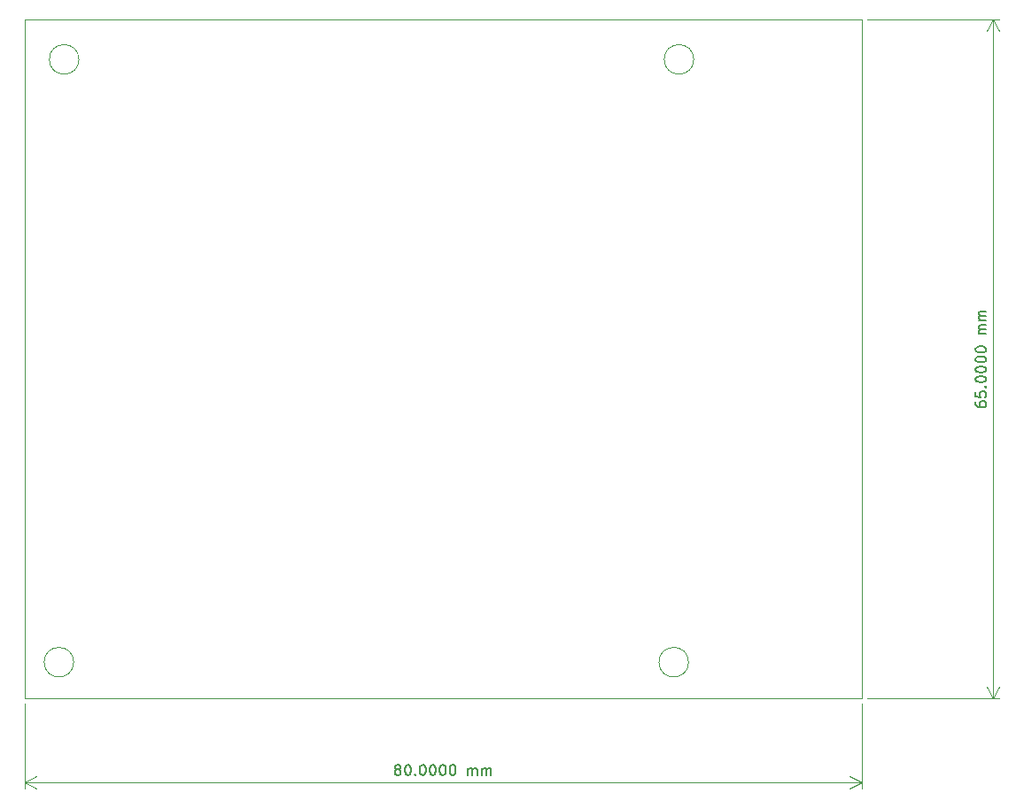
<source format=gbr>
%TF.GenerationSoftware,KiCad,Pcbnew,8.0.6*%
%TF.CreationDate,2026-01-06T07:00:52+07:00*%
%TF.ProjectId,Tesla coil winder Control board ,5465736c-6120-4636-9f69-6c2077696e64,rev?*%
%TF.SameCoordinates,Original*%
%TF.FileFunction,Profile,NP*%
%FSLAX46Y46*%
G04 Gerber Fmt 4.6, Leading zero omitted, Abs format (unit mm)*
G04 Created by KiCad (PCBNEW 8.0.6) date 2026-01-06 07:00:52*
%MOMM*%
%LPD*%
G01*
G04 APERTURE LIST*
%TA.AperFunction,Profile*%
%ADD10C,0.050000*%
%TD*%
%ADD11C,0.150000*%
G04 APERTURE END LIST*
D10*
X46603145Y-80000000D02*
G75*
G02*
X43774717Y-80000000I-1414214J0D01*
G01*
X43774717Y-80000000D02*
G75*
G02*
X46603145Y-80000000I1414214J0D01*
G01*
X105868717Y-22333726D02*
G75*
G02*
X103040289Y-22333726I-1414214J0D01*
G01*
X103040289Y-22333726D02*
G75*
G02*
X105868717Y-22333726I1414214J0D01*
G01*
X41915087Y-18487449D02*
X121915087Y-18487449D01*
X121915087Y-83487449D01*
X41915087Y-83487449D01*
X41915087Y-18487449D01*
X105368717Y-80000000D02*
G75*
G02*
X102540289Y-80000000I-1414214J0D01*
G01*
X102540289Y-80000000D02*
G75*
G02*
X105368717Y-80000000I1414214J0D01*
G01*
X47103145Y-22333726D02*
G75*
G02*
X44274717Y-22333726I-1414214J0D01*
G01*
X44274717Y-22333726D02*
G75*
G02*
X47103145Y-22333726I1414214J0D01*
G01*
D11*
X77486516Y-90233389D02*
X77391278Y-90185770D01*
X77391278Y-90185770D02*
X77343659Y-90138151D01*
X77343659Y-90138151D02*
X77296040Y-90042913D01*
X77296040Y-90042913D02*
X77296040Y-89995294D01*
X77296040Y-89995294D02*
X77343659Y-89900056D01*
X77343659Y-89900056D02*
X77391278Y-89852437D01*
X77391278Y-89852437D02*
X77486516Y-89804818D01*
X77486516Y-89804818D02*
X77676992Y-89804818D01*
X77676992Y-89804818D02*
X77772230Y-89852437D01*
X77772230Y-89852437D02*
X77819849Y-89900056D01*
X77819849Y-89900056D02*
X77867468Y-89995294D01*
X77867468Y-89995294D02*
X77867468Y-90042913D01*
X77867468Y-90042913D02*
X77819849Y-90138151D01*
X77819849Y-90138151D02*
X77772230Y-90185770D01*
X77772230Y-90185770D02*
X77676992Y-90233389D01*
X77676992Y-90233389D02*
X77486516Y-90233389D01*
X77486516Y-90233389D02*
X77391278Y-90281008D01*
X77391278Y-90281008D02*
X77343659Y-90328627D01*
X77343659Y-90328627D02*
X77296040Y-90423865D01*
X77296040Y-90423865D02*
X77296040Y-90614341D01*
X77296040Y-90614341D02*
X77343659Y-90709579D01*
X77343659Y-90709579D02*
X77391278Y-90757199D01*
X77391278Y-90757199D02*
X77486516Y-90804818D01*
X77486516Y-90804818D02*
X77676992Y-90804818D01*
X77676992Y-90804818D02*
X77772230Y-90757199D01*
X77772230Y-90757199D02*
X77819849Y-90709579D01*
X77819849Y-90709579D02*
X77867468Y-90614341D01*
X77867468Y-90614341D02*
X77867468Y-90423865D01*
X77867468Y-90423865D02*
X77819849Y-90328627D01*
X77819849Y-90328627D02*
X77772230Y-90281008D01*
X77772230Y-90281008D02*
X77676992Y-90233389D01*
X78486516Y-89804818D02*
X78581754Y-89804818D01*
X78581754Y-89804818D02*
X78676992Y-89852437D01*
X78676992Y-89852437D02*
X78724611Y-89900056D01*
X78724611Y-89900056D02*
X78772230Y-89995294D01*
X78772230Y-89995294D02*
X78819849Y-90185770D01*
X78819849Y-90185770D02*
X78819849Y-90423865D01*
X78819849Y-90423865D02*
X78772230Y-90614341D01*
X78772230Y-90614341D02*
X78724611Y-90709579D01*
X78724611Y-90709579D02*
X78676992Y-90757199D01*
X78676992Y-90757199D02*
X78581754Y-90804818D01*
X78581754Y-90804818D02*
X78486516Y-90804818D01*
X78486516Y-90804818D02*
X78391278Y-90757199D01*
X78391278Y-90757199D02*
X78343659Y-90709579D01*
X78343659Y-90709579D02*
X78296040Y-90614341D01*
X78296040Y-90614341D02*
X78248421Y-90423865D01*
X78248421Y-90423865D02*
X78248421Y-90185770D01*
X78248421Y-90185770D02*
X78296040Y-89995294D01*
X78296040Y-89995294D02*
X78343659Y-89900056D01*
X78343659Y-89900056D02*
X78391278Y-89852437D01*
X78391278Y-89852437D02*
X78486516Y-89804818D01*
X79248421Y-90709579D02*
X79296040Y-90757199D01*
X79296040Y-90757199D02*
X79248421Y-90804818D01*
X79248421Y-90804818D02*
X79200802Y-90757199D01*
X79200802Y-90757199D02*
X79248421Y-90709579D01*
X79248421Y-90709579D02*
X79248421Y-90804818D01*
X79915087Y-89804818D02*
X80010325Y-89804818D01*
X80010325Y-89804818D02*
X80105563Y-89852437D01*
X80105563Y-89852437D02*
X80153182Y-89900056D01*
X80153182Y-89900056D02*
X80200801Y-89995294D01*
X80200801Y-89995294D02*
X80248420Y-90185770D01*
X80248420Y-90185770D02*
X80248420Y-90423865D01*
X80248420Y-90423865D02*
X80200801Y-90614341D01*
X80200801Y-90614341D02*
X80153182Y-90709579D01*
X80153182Y-90709579D02*
X80105563Y-90757199D01*
X80105563Y-90757199D02*
X80010325Y-90804818D01*
X80010325Y-90804818D02*
X79915087Y-90804818D01*
X79915087Y-90804818D02*
X79819849Y-90757199D01*
X79819849Y-90757199D02*
X79772230Y-90709579D01*
X79772230Y-90709579D02*
X79724611Y-90614341D01*
X79724611Y-90614341D02*
X79676992Y-90423865D01*
X79676992Y-90423865D02*
X79676992Y-90185770D01*
X79676992Y-90185770D02*
X79724611Y-89995294D01*
X79724611Y-89995294D02*
X79772230Y-89900056D01*
X79772230Y-89900056D02*
X79819849Y-89852437D01*
X79819849Y-89852437D02*
X79915087Y-89804818D01*
X80867468Y-89804818D02*
X80962706Y-89804818D01*
X80962706Y-89804818D02*
X81057944Y-89852437D01*
X81057944Y-89852437D02*
X81105563Y-89900056D01*
X81105563Y-89900056D02*
X81153182Y-89995294D01*
X81153182Y-89995294D02*
X81200801Y-90185770D01*
X81200801Y-90185770D02*
X81200801Y-90423865D01*
X81200801Y-90423865D02*
X81153182Y-90614341D01*
X81153182Y-90614341D02*
X81105563Y-90709579D01*
X81105563Y-90709579D02*
X81057944Y-90757199D01*
X81057944Y-90757199D02*
X80962706Y-90804818D01*
X80962706Y-90804818D02*
X80867468Y-90804818D01*
X80867468Y-90804818D02*
X80772230Y-90757199D01*
X80772230Y-90757199D02*
X80724611Y-90709579D01*
X80724611Y-90709579D02*
X80676992Y-90614341D01*
X80676992Y-90614341D02*
X80629373Y-90423865D01*
X80629373Y-90423865D02*
X80629373Y-90185770D01*
X80629373Y-90185770D02*
X80676992Y-89995294D01*
X80676992Y-89995294D02*
X80724611Y-89900056D01*
X80724611Y-89900056D02*
X80772230Y-89852437D01*
X80772230Y-89852437D02*
X80867468Y-89804818D01*
X81819849Y-89804818D02*
X81915087Y-89804818D01*
X81915087Y-89804818D02*
X82010325Y-89852437D01*
X82010325Y-89852437D02*
X82057944Y-89900056D01*
X82057944Y-89900056D02*
X82105563Y-89995294D01*
X82105563Y-89995294D02*
X82153182Y-90185770D01*
X82153182Y-90185770D02*
X82153182Y-90423865D01*
X82153182Y-90423865D02*
X82105563Y-90614341D01*
X82105563Y-90614341D02*
X82057944Y-90709579D01*
X82057944Y-90709579D02*
X82010325Y-90757199D01*
X82010325Y-90757199D02*
X81915087Y-90804818D01*
X81915087Y-90804818D02*
X81819849Y-90804818D01*
X81819849Y-90804818D02*
X81724611Y-90757199D01*
X81724611Y-90757199D02*
X81676992Y-90709579D01*
X81676992Y-90709579D02*
X81629373Y-90614341D01*
X81629373Y-90614341D02*
X81581754Y-90423865D01*
X81581754Y-90423865D02*
X81581754Y-90185770D01*
X81581754Y-90185770D02*
X81629373Y-89995294D01*
X81629373Y-89995294D02*
X81676992Y-89900056D01*
X81676992Y-89900056D02*
X81724611Y-89852437D01*
X81724611Y-89852437D02*
X81819849Y-89804818D01*
X82772230Y-89804818D02*
X82867468Y-89804818D01*
X82867468Y-89804818D02*
X82962706Y-89852437D01*
X82962706Y-89852437D02*
X83010325Y-89900056D01*
X83010325Y-89900056D02*
X83057944Y-89995294D01*
X83057944Y-89995294D02*
X83105563Y-90185770D01*
X83105563Y-90185770D02*
X83105563Y-90423865D01*
X83105563Y-90423865D02*
X83057944Y-90614341D01*
X83057944Y-90614341D02*
X83010325Y-90709579D01*
X83010325Y-90709579D02*
X82962706Y-90757199D01*
X82962706Y-90757199D02*
X82867468Y-90804818D01*
X82867468Y-90804818D02*
X82772230Y-90804818D01*
X82772230Y-90804818D02*
X82676992Y-90757199D01*
X82676992Y-90757199D02*
X82629373Y-90709579D01*
X82629373Y-90709579D02*
X82581754Y-90614341D01*
X82581754Y-90614341D02*
X82534135Y-90423865D01*
X82534135Y-90423865D02*
X82534135Y-90185770D01*
X82534135Y-90185770D02*
X82581754Y-89995294D01*
X82581754Y-89995294D02*
X82629373Y-89900056D01*
X82629373Y-89900056D02*
X82676992Y-89852437D01*
X82676992Y-89852437D02*
X82772230Y-89804818D01*
X84296040Y-90804818D02*
X84296040Y-90138151D01*
X84296040Y-90233389D02*
X84343659Y-90185770D01*
X84343659Y-90185770D02*
X84438897Y-90138151D01*
X84438897Y-90138151D02*
X84581754Y-90138151D01*
X84581754Y-90138151D02*
X84676992Y-90185770D01*
X84676992Y-90185770D02*
X84724611Y-90281008D01*
X84724611Y-90281008D02*
X84724611Y-90804818D01*
X84724611Y-90281008D02*
X84772230Y-90185770D01*
X84772230Y-90185770D02*
X84867468Y-90138151D01*
X84867468Y-90138151D02*
X85010325Y-90138151D01*
X85010325Y-90138151D02*
X85105564Y-90185770D01*
X85105564Y-90185770D02*
X85153183Y-90281008D01*
X85153183Y-90281008D02*
X85153183Y-90804818D01*
X85629373Y-90804818D02*
X85629373Y-90138151D01*
X85629373Y-90233389D02*
X85676992Y-90185770D01*
X85676992Y-90185770D02*
X85772230Y-90138151D01*
X85772230Y-90138151D02*
X85915087Y-90138151D01*
X85915087Y-90138151D02*
X86010325Y-90185770D01*
X86010325Y-90185770D02*
X86057944Y-90281008D01*
X86057944Y-90281008D02*
X86057944Y-90804818D01*
X86057944Y-90281008D02*
X86105563Y-90185770D01*
X86105563Y-90185770D02*
X86200801Y-90138151D01*
X86200801Y-90138151D02*
X86343658Y-90138151D01*
X86343658Y-90138151D02*
X86438897Y-90185770D01*
X86438897Y-90185770D02*
X86486516Y-90281008D01*
X86486516Y-90281008D02*
X86486516Y-90804818D01*
D10*
X41915087Y-83987449D02*
X41915087Y-92086419D01*
X121915087Y-83987449D02*
X121915087Y-92086419D01*
X41915087Y-91499999D02*
X121915087Y-91499999D01*
X41915087Y-91499999D02*
X121915087Y-91499999D01*
X41915087Y-91499999D02*
X43041591Y-90913578D01*
X41915087Y-91499999D02*
X43041591Y-92086420D01*
X121915087Y-91499999D02*
X120788583Y-92086420D01*
X121915087Y-91499999D02*
X120788583Y-90913578D01*
D11*
X132804819Y-55130305D02*
X132804819Y-55320781D01*
X132804819Y-55320781D02*
X132852438Y-55416019D01*
X132852438Y-55416019D02*
X132900057Y-55463638D01*
X132900057Y-55463638D02*
X133042914Y-55558876D01*
X133042914Y-55558876D02*
X133233390Y-55606495D01*
X133233390Y-55606495D02*
X133614342Y-55606495D01*
X133614342Y-55606495D02*
X133709580Y-55558876D01*
X133709580Y-55558876D02*
X133757200Y-55511257D01*
X133757200Y-55511257D02*
X133804819Y-55416019D01*
X133804819Y-55416019D02*
X133804819Y-55225543D01*
X133804819Y-55225543D02*
X133757200Y-55130305D01*
X133757200Y-55130305D02*
X133709580Y-55082686D01*
X133709580Y-55082686D02*
X133614342Y-55035067D01*
X133614342Y-55035067D02*
X133376247Y-55035067D01*
X133376247Y-55035067D02*
X133281009Y-55082686D01*
X133281009Y-55082686D02*
X133233390Y-55130305D01*
X133233390Y-55130305D02*
X133185771Y-55225543D01*
X133185771Y-55225543D02*
X133185771Y-55416019D01*
X133185771Y-55416019D02*
X133233390Y-55511257D01*
X133233390Y-55511257D02*
X133281009Y-55558876D01*
X133281009Y-55558876D02*
X133376247Y-55606495D01*
X132804819Y-54130305D02*
X132804819Y-54606495D01*
X132804819Y-54606495D02*
X133281009Y-54654114D01*
X133281009Y-54654114D02*
X133233390Y-54606495D01*
X133233390Y-54606495D02*
X133185771Y-54511257D01*
X133185771Y-54511257D02*
X133185771Y-54273162D01*
X133185771Y-54273162D02*
X133233390Y-54177924D01*
X133233390Y-54177924D02*
X133281009Y-54130305D01*
X133281009Y-54130305D02*
X133376247Y-54082686D01*
X133376247Y-54082686D02*
X133614342Y-54082686D01*
X133614342Y-54082686D02*
X133709580Y-54130305D01*
X133709580Y-54130305D02*
X133757200Y-54177924D01*
X133757200Y-54177924D02*
X133804819Y-54273162D01*
X133804819Y-54273162D02*
X133804819Y-54511257D01*
X133804819Y-54511257D02*
X133757200Y-54606495D01*
X133757200Y-54606495D02*
X133709580Y-54654114D01*
X133709580Y-53654114D02*
X133757200Y-53606495D01*
X133757200Y-53606495D02*
X133804819Y-53654114D01*
X133804819Y-53654114D02*
X133757200Y-53701733D01*
X133757200Y-53701733D02*
X133709580Y-53654114D01*
X133709580Y-53654114D02*
X133804819Y-53654114D01*
X132804819Y-52987448D02*
X132804819Y-52892210D01*
X132804819Y-52892210D02*
X132852438Y-52796972D01*
X132852438Y-52796972D02*
X132900057Y-52749353D01*
X132900057Y-52749353D02*
X132995295Y-52701734D01*
X132995295Y-52701734D02*
X133185771Y-52654115D01*
X133185771Y-52654115D02*
X133423866Y-52654115D01*
X133423866Y-52654115D02*
X133614342Y-52701734D01*
X133614342Y-52701734D02*
X133709580Y-52749353D01*
X133709580Y-52749353D02*
X133757200Y-52796972D01*
X133757200Y-52796972D02*
X133804819Y-52892210D01*
X133804819Y-52892210D02*
X133804819Y-52987448D01*
X133804819Y-52987448D02*
X133757200Y-53082686D01*
X133757200Y-53082686D02*
X133709580Y-53130305D01*
X133709580Y-53130305D02*
X133614342Y-53177924D01*
X133614342Y-53177924D02*
X133423866Y-53225543D01*
X133423866Y-53225543D02*
X133185771Y-53225543D01*
X133185771Y-53225543D02*
X132995295Y-53177924D01*
X132995295Y-53177924D02*
X132900057Y-53130305D01*
X132900057Y-53130305D02*
X132852438Y-53082686D01*
X132852438Y-53082686D02*
X132804819Y-52987448D01*
X132804819Y-52035067D02*
X132804819Y-51939829D01*
X132804819Y-51939829D02*
X132852438Y-51844591D01*
X132852438Y-51844591D02*
X132900057Y-51796972D01*
X132900057Y-51796972D02*
X132995295Y-51749353D01*
X132995295Y-51749353D02*
X133185771Y-51701734D01*
X133185771Y-51701734D02*
X133423866Y-51701734D01*
X133423866Y-51701734D02*
X133614342Y-51749353D01*
X133614342Y-51749353D02*
X133709580Y-51796972D01*
X133709580Y-51796972D02*
X133757200Y-51844591D01*
X133757200Y-51844591D02*
X133804819Y-51939829D01*
X133804819Y-51939829D02*
X133804819Y-52035067D01*
X133804819Y-52035067D02*
X133757200Y-52130305D01*
X133757200Y-52130305D02*
X133709580Y-52177924D01*
X133709580Y-52177924D02*
X133614342Y-52225543D01*
X133614342Y-52225543D02*
X133423866Y-52273162D01*
X133423866Y-52273162D02*
X133185771Y-52273162D01*
X133185771Y-52273162D02*
X132995295Y-52225543D01*
X132995295Y-52225543D02*
X132900057Y-52177924D01*
X132900057Y-52177924D02*
X132852438Y-52130305D01*
X132852438Y-52130305D02*
X132804819Y-52035067D01*
X132804819Y-51082686D02*
X132804819Y-50987448D01*
X132804819Y-50987448D02*
X132852438Y-50892210D01*
X132852438Y-50892210D02*
X132900057Y-50844591D01*
X132900057Y-50844591D02*
X132995295Y-50796972D01*
X132995295Y-50796972D02*
X133185771Y-50749353D01*
X133185771Y-50749353D02*
X133423866Y-50749353D01*
X133423866Y-50749353D02*
X133614342Y-50796972D01*
X133614342Y-50796972D02*
X133709580Y-50844591D01*
X133709580Y-50844591D02*
X133757200Y-50892210D01*
X133757200Y-50892210D02*
X133804819Y-50987448D01*
X133804819Y-50987448D02*
X133804819Y-51082686D01*
X133804819Y-51082686D02*
X133757200Y-51177924D01*
X133757200Y-51177924D02*
X133709580Y-51225543D01*
X133709580Y-51225543D02*
X133614342Y-51273162D01*
X133614342Y-51273162D02*
X133423866Y-51320781D01*
X133423866Y-51320781D02*
X133185771Y-51320781D01*
X133185771Y-51320781D02*
X132995295Y-51273162D01*
X132995295Y-51273162D02*
X132900057Y-51225543D01*
X132900057Y-51225543D02*
X132852438Y-51177924D01*
X132852438Y-51177924D02*
X132804819Y-51082686D01*
X132804819Y-50130305D02*
X132804819Y-50035067D01*
X132804819Y-50035067D02*
X132852438Y-49939829D01*
X132852438Y-49939829D02*
X132900057Y-49892210D01*
X132900057Y-49892210D02*
X132995295Y-49844591D01*
X132995295Y-49844591D02*
X133185771Y-49796972D01*
X133185771Y-49796972D02*
X133423866Y-49796972D01*
X133423866Y-49796972D02*
X133614342Y-49844591D01*
X133614342Y-49844591D02*
X133709580Y-49892210D01*
X133709580Y-49892210D02*
X133757200Y-49939829D01*
X133757200Y-49939829D02*
X133804819Y-50035067D01*
X133804819Y-50035067D02*
X133804819Y-50130305D01*
X133804819Y-50130305D02*
X133757200Y-50225543D01*
X133757200Y-50225543D02*
X133709580Y-50273162D01*
X133709580Y-50273162D02*
X133614342Y-50320781D01*
X133614342Y-50320781D02*
X133423866Y-50368400D01*
X133423866Y-50368400D02*
X133185771Y-50368400D01*
X133185771Y-50368400D02*
X132995295Y-50320781D01*
X132995295Y-50320781D02*
X132900057Y-50273162D01*
X132900057Y-50273162D02*
X132852438Y-50225543D01*
X132852438Y-50225543D02*
X132804819Y-50130305D01*
X133804819Y-48606495D02*
X133138152Y-48606495D01*
X133233390Y-48606495D02*
X133185771Y-48558876D01*
X133185771Y-48558876D02*
X133138152Y-48463638D01*
X133138152Y-48463638D02*
X133138152Y-48320781D01*
X133138152Y-48320781D02*
X133185771Y-48225543D01*
X133185771Y-48225543D02*
X133281009Y-48177924D01*
X133281009Y-48177924D02*
X133804819Y-48177924D01*
X133281009Y-48177924D02*
X133185771Y-48130305D01*
X133185771Y-48130305D02*
X133138152Y-48035067D01*
X133138152Y-48035067D02*
X133138152Y-47892210D01*
X133138152Y-47892210D02*
X133185771Y-47796971D01*
X133185771Y-47796971D02*
X133281009Y-47749352D01*
X133281009Y-47749352D02*
X133804819Y-47749352D01*
X133804819Y-47273162D02*
X133138152Y-47273162D01*
X133233390Y-47273162D02*
X133185771Y-47225543D01*
X133185771Y-47225543D02*
X133138152Y-47130305D01*
X133138152Y-47130305D02*
X133138152Y-46987448D01*
X133138152Y-46987448D02*
X133185771Y-46892210D01*
X133185771Y-46892210D02*
X133281009Y-46844591D01*
X133281009Y-46844591D02*
X133804819Y-46844591D01*
X133281009Y-46844591D02*
X133185771Y-46796972D01*
X133185771Y-46796972D02*
X133138152Y-46701734D01*
X133138152Y-46701734D02*
X133138152Y-46558877D01*
X133138152Y-46558877D02*
X133185771Y-46463638D01*
X133185771Y-46463638D02*
X133281009Y-46416019D01*
X133281009Y-46416019D02*
X133804819Y-46416019D01*
D10*
X122415087Y-83487449D02*
X135086420Y-83487449D01*
X122415087Y-18487449D02*
X135086420Y-18487449D01*
X134500000Y-83487449D02*
X134500000Y-18487449D01*
X134500000Y-83487449D02*
X134500000Y-18487449D01*
X134500000Y-83487449D02*
X133913579Y-82360945D01*
X134500000Y-83487449D02*
X135086421Y-82360945D01*
X134500000Y-18487449D02*
X135086421Y-19613953D01*
X134500000Y-18487449D02*
X133913579Y-19613953D01*
M02*

</source>
